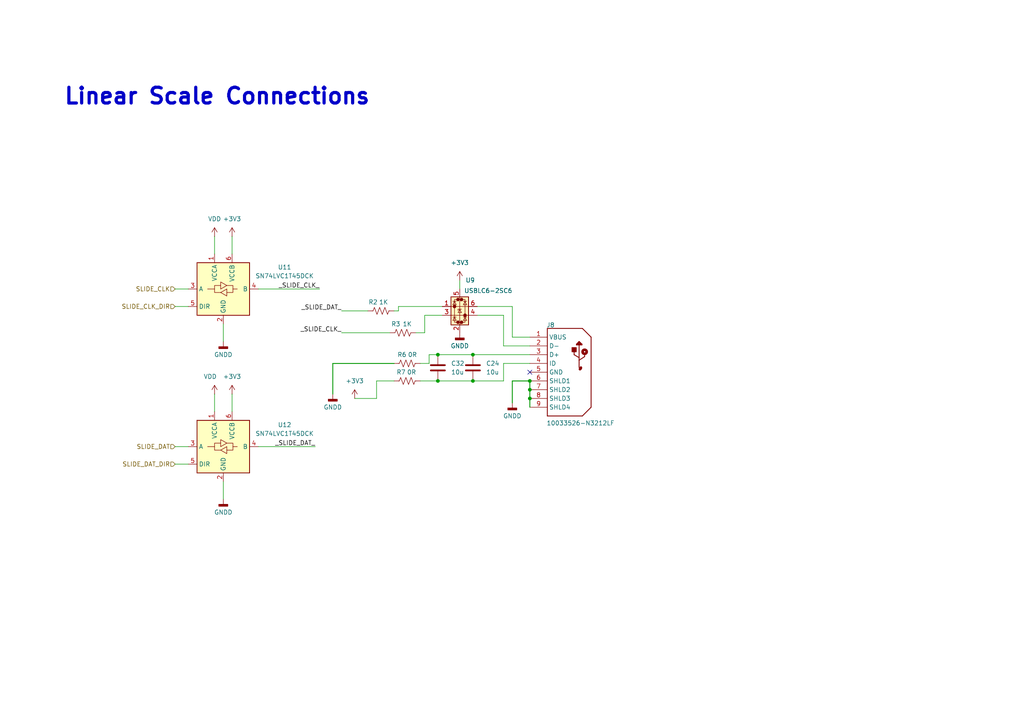
<source format=kicad_sch>
(kicad_sch (version 20250114) (generator "eeschema") (generator_version "9.0")
  (paper "A4")
  (lib_symbols
    (symbol "Device:C" (pin_numbers (hide yes)) (pin_names (offset 0.254))
      (property "Reference" "C" (at 0.635 2.54 0))
      (property "Value" "C" (at 0.635 -2.54 0))
      (symbol "C_0_1"
        (polyline (pts (xy -2.032 0.762) (xy 2.032 0.762)) (stroke (width 0.508)))
        (polyline (pts (xy -2.032 -0.762) (xy 2.032 -0.762)) (stroke (width 0.508)))
      )
      (symbol "C_1_1"
        (pin passive line (at 0 3.81 270) (length 2.794) (name "~") (number "1"))
        (pin passive line (at 0 -3.81 90) (length 2.794) (name "~") (number "2"))
      )
    )
    (symbol "Device:R_US" (pin_numbers (hide yes)) (pin_names (offset 0))
      (property "Reference" "R" (at 2.54 0 90))
      (property "Value" "R_US" (at -2.54 0 90))
      (symbol "R_US_0_1"
        (polyline (pts (xy 0 2.286) (xy 0 2.54)))
        (polyline (pts (xy 0 2.286) (xy 1.016 1.905) (xy 0 1.524) (xy -1.016 1.143) (xy 0 0.762)))
        (polyline (pts (xy 0 0.762) (xy 1.016 0.381) (xy 0 0) (xy -1.016 -0.381) (xy 0 -0.762)))
        (polyline (pts (xy 0 -0.762) (xy 1.016 -1.143) (xy 0 -1.524) (xy -1.016 -1.905) (xy 0 -2.286)))
        (polyline (pts (xy 0 -2.286) (xy 0 -2.54)))
      )
      (symbol "R_US_1_1"
        (pin passive line (at 0 3.81 270) (length 1.27) (name "~") (number "1"))
        (pin passive line (at 0 -3.81 90) (length 1.27) (name "~") (number "2"))
      )
    )
    (symbol "Logic_LevelTranslator:SN74LVC1T45DCK"
      (property "Reference" "U" (at -6.35 8.89 0))
      (property "Value" "SN74LVC1T45DCK" (at 3.81 8.89 0))
      (symbol "SN74LVC1T45DCK_0_1"
        (rectangle (start -7.62 7.62) (end 7.62 -7.62) (stroke (width 0.254)) (fill (type background)))
        (polyline (pts (xy -2.54 0) (xy -2.54 1.016) (xy -0.762 1.016)))
        (polyline (pts (xy -0.762 0) (xy -0.762 2.032) (xy 1.016 1.016) (xy -0.762 0)))
        (polyline (pts (xy -0.762 -1.016) (xy -2.54 -1.016) (xy -2.54 0) (xy -4.572 0)))
        (polyline (pts (xy 1.016 1.016) (xy 2.794 1.016) (xy 2.794 0) (xy 4.064 0)))
        (polyline (pts (xy 1.016 0) (xy 1.016 -1.778) (xy 1.016 -2.032) (xy -0.762 -1.016) (xy 1.016 0)))
        (polyline (pts (xy 2.794 0) (xy 2.794 -1.016) (xy 1.016 -1.016)))
      )
      (symbol "SN74LVC1T45DCK_1_1"
        (pin bidirectional line (at -10.16 0 0) (length 2.54) (name "A") (number "3"))
        (pin input line (at -10.16 -5.08 0) (length 2.54) (name "DIR") (number "5"))
        (pin power_in line (at -2.54 10.16 270) (length 2.54) (name "VCCA") (number "1"))
        (pin power_in line (at 0 -10.16 90) (length 2.54) (name "GND") (number "2"))
        (pin power_in line (at 2.54 10.16 270) (length 2.54) (name "VCCB") (number "6"))
        (pin bidirectional line (at 10.16 0 180) (length 2.54) (name "B") (number "4"))
      )
    )
    (symbol "Power_Protection:USBLC6-2SC6" (pin_names (hide yes))
      (property "Reference" "U" (at 0.635 5.715 0))
      (property "Value" "USBLC6-2SC6" (at 0.635 3.81 0))
      (symbol "USBLC6-2SC6_0_0"
        (circle (center -1.524 0) (radius 0.0001) (stroke (width 0.508)))
        (circle (center -0.508 2.032) (radius 0.0001) (stroke (width 0.508)))
        (circle (center -0.508 -4.572) (radius 0.0001) (stroke (width 0.508)))
        (circle (center 0.508 2.032) (radius 0.0001) (stroke (width 0.508)))
        (circle (center 0.508 -4.572) (radius 0.0001) (stroke (width 0.508)))
        (circle (center 1.524 -2.54) (radius 0.0001) (stroke (width 0.508)))
      )
      (symbol "USBLC6-2SC6_0_1"
        (polyline (pts (xy -2.54 0) (xy 2.54 0)))
        (polyline (pts (xy -2.54 -2.54) (xy 2.54 -2.54)))
        (polyline (pts (xy -2.032 0.508) (xy -1.016 0.508) (xy -1.524 1.524) (xy -2.032 0.508)))
        (polyline (pts (xy -2.032 -3.048) (xy -1.016 -3.048)))
        (polyline (pts (xy -1.016 1.524) (xy -2.032 1.524)))
        (polyline (pts (xy -1.016 -4.064) (xy -2.032 -4.064) (xy -1.524 -3.048) (xy -1.016 -4.064)))
        (polyline (pts (xy -0.508 -1.143) (xy -0.508 -0.762) (xy 0.508 -0.762)))
        (polyline (pts (xy 0 2.54) (xy -0.508 2.032) (xy 0.508 2.032) (xy 0 1.524) (xy 0 -4.064) (xy -0.508 -4.572) (xy 0.508 -4.572) (xy 0 -5.08)))
        (polyline (pts (xy 0.508 -1.778) (xy -0.508 -1.778) (xy 0 -0.762) (xy 0.508 -1.778)))
        (polyline (pts (xy 1.016 1.524) (xy 2.032 1.524)))
        (polyline (pts (xy 1.016 -3.048) (xy 2.032 -3.048)))
        (polyline (pts (xy 2.032 0.508) (xy 1.016 0.508) (xy 1.524 1.524) (xy 2.032 0.508)))
        (polyline (pts (xy 2.032 -4.064) (xy 1.016 -4.064) (xy 1.524 -3.048) (xy 2.032 -4.064)))
      )
      (symbol "USBLC6-2SC6_1_1"
        (rectangle (start -2.54 2.794) (end 2.54 -5.334) (stroke (width 0.254)) (fill (type background)))
        (polyline (pts (xy -0.508 2.032) (xy -1.524 2.032) (xy -1.524 -4.572) (xy -0.508 -4.572)))
        (polyline (pts (xy 0.508 -4.572) (xy 1.524 -4.572) (xy 1.524 2.032) (xy 0.508 2.032)))
        (pin passive line (at -5.08 0 0) (length 2.54) (name "I/O1") (number "1"))
        (pin passive line (at -5.08 -2.54 0) (length 2.54) (name "I/O2") (number "3"))
        (pin passive line (at 0 5.08 270) (length 2.54) (name "VBUS") (number "5"))
        (pin passive line (at 0 -7.62 90) (length 2.54) (name "GND") (number "2"))
        (pin passive line (at 5.08 0 180) (length 2.54) (name "I/O1") (number "6"))
        (pin passive line (at 5.08 -2.54 180) (length 2.54) (name "I/O2") (number "4"))
      )
    )
    (symbol "UMTK-altium-import:0_USB-5-4SHLD"
      (property "Value" "0_USB-5-4SHLD" (at 0 0 0))
      (symbol "0_USB-5-4SHLD_1_0"
        (polyline (pts (xy 0 0) (xy 0 -25.4)) (stroke (width 0.254)))
        (polyline (pts (xy 0 -25.4) (xy 10.16 -25.4)) (stroke (width 0.254)))
        (polyline (pts (xy 7.772 -7.63) (xy 7.772 -6.43)) (stroke (width 0.254)))
        (rectangle (start 8.382 -5.58) (end 7.17 -6.78) (stroke (width 0.254)) (fill (type outline)))
        (polyline (pts (xy 8.433 -4.58) (xy 8.433 -4.78)) (stroke (width 0.254)))
        (polyline (pts (xy 8.433 -4.78) (xy 9.22 -4.78)) (stroke (width 0.254)))
        (polyline (pts (xy 8.839 -4.38) (xy 9.042 -4.18)) (stroke (width 0.254)))
        (polyline (pts (xy 9.042 -4.18) (xy 9.22 -4.18)) (stroke (width 0.254)))
        (polyline (pts (xy 9.22 -3.78) (xy 8.433 -4.58)) (stroke (width 0.254)))
        (polyline (pts (xy 9.22 -3.98) (xy 9.627 -4.38)) (stroke (width 0.254)))
        (polyline (pts (xy 9.22 -4.78) (xy 9.22 -8.48)) (stroke (width 0.254)))
        (polyline (pts (xy 9.22 -4.78) (xy 10.033 -4.78)) (stroke (width 0.254)))
        (polyline (pts (xy 9.22 -8.48) (xy 7.772 -7.63)) (stroke (width 0.254)))
        (polyline (pts (xy 9.22 -8.48) (xy 9.22 -9.23)) (stroke (width 0.254)))
        (polyline (pts (xy 9.22 -9.23) (xy 9.22 -11.38)) (stroke (width 0.254)))
        (polyline (pts (xy 9.22 -9.23) (xy 10.82 -8.18)) (stroke (width 0.254)))
        (arc (start 9.728 -11.38) (mid 9.6593 -11.6351) (end 9.4717 -11.8212) (stroke (width 0.762)))
        (polyline (pts (xy 9.627 -4.38) (xy 8.839 -4.38)) (stroke (width 0.254)))
        (polyline (pts (xy 10.033 -4.58) (xy 8.636 -4.58)) (stroke (width 0.254)))
        (polyline (pts (xy 10.033 -4.58) (xy 9.22 -3.78)) (stroke (width 0.254)))
        (polyline (pts (xy 10.033 -4.78) (xy 10.033 -4.58)) (stroke (width 0.254)))
        (polyline (pts (xy 10.16 0) (xy 0 0)) (stroke (width 0.254)))
        (polyline (pts (xy 10.16 0) (xy 12.7 -2.54)) (stroke (width 0.254)))
        (circle (center 10.82 -6.78) (radius 0.203) (stroke (width 0.762)))
        (polyline (pts (xy 10.82 -8.18) (xy 10.82 -7.18)) (stroke (width 0.254)))
        (polyline (pts (xy 12.7 -22.86) (xy 10.16 -25.4)) (stroke (width 0.254)))
        (polyline (pts (xy 12.7 -22.86) (xy 12.7 -2.54)) (stroke (width 0.254)))
        (pin power_in line (at -5.08 -2.54 0) (length 5.08) (name "VBUS") (number "1"))
        (pin passive line (at -5.08 -5.08 0) (length 5.08) (name "D-") (number "2"))
        (pin passive line (at -5.08 -7.62 0) (length 5.08) (name "D+") (number "3"))
        (pin passive line (at -5.08 -10.16 0) (length 5.08) (name "ID") (number "4"))
        (pin power_in line (at -5.08 -12.7 0) (length 5.08) (name "GND") (number "5"))
        (pin passive line (at -5.08 -15.24 0) (length 5.08) (name "SHLD1") (number "6"))
        (pin passive line (at -5.08 -17.78 0) (length 5.08) (name "SHLD2") (number "7"))
        (pin passive line (at -5.08 -20.32 0) (length 5.08) (name "SHLD3") (number "8"))
        (pin passive line (at -5.08 -22.86 0) (length 5.08) (name "SHLD4") (number "9"))
      )
    )
    (symbol "power:+3V3" (power) (pin_numbers (hide yes)) (pin_names (offset 0) (hide yes))
      (property "Value" "+3V3" (at 0 3.556 0))
      (symbol "+3V3_0_1"
        (polyline (pts (xy -0.762 1.27) (xy 0 2.54)))
        (polyline (pts (xy 0 2.54) (xy 0.762 1.27)))
        (polyline (pts (xy 0 0) (xy 0 2.54)))
      )
      (symbol "+3V3_1_1"
        (pin power_in line (at 0 0 90) (length 0) (name "~") (number "1"))
      )
    )
    (symbol "power:GNDD" (power) (pin_numbers (hide yes)) (pin_names (offset 0) (hide yes))
      (property "Value" "GNDD" (at 0 -3.175 0))
      (symbol "GNDD_0_1"
        (rectangle (start -1.27 -1.524) (end 1.27 -2.032) (stroke (width 0.254)) (fill (type outline)))
        (polyline (pts (xy 0 0) (xy 0 -1.524)))
      )
      (symbol "GNDD_1_1"
        (pin power_in line (at 0 0 270) (length 0) (name "~") (number "1"))
      )
    )
    (symbol "power:VDD" (power) (pin_numbers (hide yes)) (pin_names (offset 0) (hide yes))
      (property "Value" "VDD" (at 0 3.556 0))
      (symbol "VDD_0_1"
        (polyline (pts (xy -0.762 1.27) (xy 0 2.54)))
        (polyline (pts (xy 0 2.54) (xy 0.762 1.27)))
        (polyline (pts (xy 0 0) (xy 0 2.54)))
      )
      (symbol "VDD_1_1"
        (pin power_in line (at 0 0 90) (length 0) (name "~") (number "1"))
      )
    )
  )
  (text "Linear Scale Connections" (at 18.288 30.734 0) (effects (font (size 4.572 4.572) (thickness 0.9144) (bold yes)) (justify left bottom)))
  (junction (at 137.16 102.87))
  (junction (at 137.16 110.49))
  (junction (at 153.67 113.03))
  (junction (at 153.67 110.49))
  (junction (at 153.67 115.57))
  (junction (at 127 110.49))
  (junction (at 127 102.87))
  (no_connect (at 153.67 107.95))
  (wire (pts (xy 50.8 134.62) (xy 54.61 134.62)))
  (wire (pts (xy 148.59 88.9) (xy 148.59 97.79)))
  (wire (pts (xy 62.23 68.58) (xy 62.23 73.66)))
  (wire (pts (xy 64.77 93.98) (xy 64.77 99.06)))
  (wire (pts (xy 64.77 139.7) (xy 64.77 144.78)))
  (wire (pts (xy 137.16 102.87) (xy 153.67 102.87)))
  (wire (pts (xy 148.59 110.49) (xy 148.59 116.84)) (stroke (width 0.254)))
  (wire (pts (xy 133.35 81.28) (xy 133.35 83.82)))
  (wire (pts (xy 153.67 115.57) (xy 153.67 113.03)) (stroke (width 0.254)))
  (wire (pts (xy 121.92 110.49) (xy 127 110.49)))
  (wire (pts (xy 109.22 115.57) (xy 109.22 110.49)))
  (wire (pts (xy 128.27 91.44) (xy 123.19 91.44)))
  (wire (pts (xy 74.93 129.54) (xy 91.44 129.54)))
  (wire (pts (xy 50.8 129.54) (xy 54.61 129.54)))
  (wire (pts (xy 74.93 83.82) (xy 92.71 83.82)))
  (wire (pts (xy 121.92 105.41) (xy 124.46 105.41)))
  (wire (pts (xy 114.3 90.17) (xy 115.57 90.17)))
  (wire (pts (xy 115.57 88.9) (xy 128.27 88.9)))
  (wire (pts (xy 146.05 91.44) (xy 138.43 91.44)))
  (wire (pts (xy 67.31 68.58) (xy 67.31 73.66)))
  (wire (pts (xy 50.8 83.82) (xy 54.61 83.82)))
  (wire (pts (xy 62.23 114.3) (xy 62.23 119.38)))
  (wire (pts (xy 137.16 110.49) (xy 146.05 110.49)))
  (wire (pts (xy 148.59 110.49) (xy 153.67 110.49)) (stroke (width 0.254)))
  (wire (pts (xy 123.19 96.52) (xy 120.65 96.52)))
  (wire (pts (xy 99.06 96.52) (xy 113.03 96.52)))
  (wire (pts (xy 153.67 113.03) (xy 153.67 110.49)) (stroke (width 0.254)))
  (wire (pts (xy 146.05 105.41) (xy 146.05 110.49)))
  (wire (pts (xy 148.59 97.79) (xy 153.67 97.79)))
  (wire (pts (xy 109.22 110.49) (xy 114.3 110.49)))
  (wire (pts (xy 146.05 105.41) (xy 153.67 105.41)))
  (wire (pts (xy 124.46 102.87) (xy 127 102.87)))
  (wire (pts (xy 146.05 91.44) (xy 146.05 100.33)))
  (wire (pts (xy 127 102.87) (xy 137.16 102.87)))
  (wire (pts (xy 148.59 88.9) (xy 138.43 88.9)))
  (wire (pts (xy 124.46 105.41) (xy 124.46 102.87)))
  (wire (pts (xy 50.8 88.9) (xy 54.61 88.9)))
  (wire (pts (xy 96.52 105.41) (xy 114.3 105.41)) (stroke (width 0.254)))
  (wire (pts (xy 127 110.49) (xy 137.16 110.49)))
  (wire (pts (xy 115.57 90.17) (xy 115.57 88.9)))
  (wire (pts (xy 106.68 90.17) (xy 99.06 90.17)))
  (wire (pts (xy 146.05 100.33) (xy 153.67 100.33)))
  (wire (pts (xy 153.67 118.11) (xy 153.67 115.57)) (stroke (width 0.254)))
  (wire (pts (xy 67.31 114.3) (xy 67.31 119.38)))
  (wire (pts (xy 96.52 105.41) (xy 96.52 114.3)) (stroke (width 0.254)))
  (wire (pts (xy 123.19 91.44) (xy 123.19 96.52)))
  (wire (pts (xy 102.87 115.57) (xy 109.22 115.57)))
  (label "_SLIDE_CLK_" (at 92.71 83.82 180))
  (label "_SLIDE_DAT_" (at 91.44 129.54 180))
  (label "_SLIDE_CLK_" (at 99.06 96.52 180))
  (label "_SLIDE_DAT_" (at 99.06 90.17 180))
  (hierarchical_label "SLIDE_DAT_DIR" (shape input) (at 50.8 134.62 180))
  (hierarchical_label "SLIDE_CLK_DIR" (shape input) (at 50.8 88.9 180))
  (hierarchical_label "SLIDE_CLK" (shape input) (at 50.8 83.82 180))
  (hierarchical_label "SLIDE_DAT" (shape input) (at 50.8 129.54 180))
  (symbol (lib_id "Device:C") (at 127 106.68 180) (unit 1)
    (property "Reference" "C32" (at 130.81 105.4099 0) (effects (justify right)))
    (property "Value" "10u" (at 130.81 107.9499 0) (effects (justify right)))
    (property "Footprint" "Capacitor_SMD:C_0805_2012Metric" (effects (hide yes)))
    (property "Description" "Unpolarized capacitor" (effects (hide yes)))
  )
  (symbol (lib_id "power:VDD") (at 62.23 68.58 0) (unit 1)
    (property "Reference" "#PWR060" (effects (hide yes)))
    (property "Value" "VDD" (at 62.23 63.5 0))
    (property "Description" "Power symbol creates a global label with name \"VDD\"" (effects (hide yes)))
  )
  (symbol (lib_id "power:+3V3") (at 67.31 68.58 0) (unit 1)
    (property "Reference" "#PWR052" (effects (hide yes)))
    (property "Value" "+3V3" (at 67.31 63.5 0))
    (property "Description" "Power symbol creates a global label with name \"+3V3\"" (effects (hide yes)))
  )
  (symbol (lib_id "power:GNDD") (at 148.59 116.84 0) (unit 1)
    (property "Reference" "#PWR046" (effects (hide yes)))
    (property "Value" "GNDD" (at 148.59 120.65 0))
    (property "Description" "Power symbol creates a global label with name \"GNDD\" , digital ground" (effects (hide yes)))
  )
  (symbol (lib_id "power:+3V3") (at 67.31 114.3 0) (unit 1)
    (property "Reference" "#PWR035" (effects (hide yes)))
    (property "Value" "+3V3" (at 67.31 109.22 0))
    (property "Description" "Power symbol creates a global label with name \"+3V3\"" (effects (hide yes)))
  )
  (symbol (lib_id "power:GNDD") (at 64.77 99.06 0) (unit 1)
    (property "Reference" "#PWR021" (effects (hide yes)))
    (property "Value" "GNDD" (at 64.77 102.87 0))
    (property "Description" "Power symbol creates a global label with name \"GNDD\" , digital ground" (effects (hide yes)))
  )
  (symbol (lib_id "Device:C") (at 137.16 106.68 180) (unit 1)
    (property "Reference" "C24" (at 140.97 105.4099 0) (effects (justify right)))
    (property "Value" "10u" (at 140.97 107.9499 0) (effects (justify right)))
    (property "Footprint" "Capacitor_SMD:C_0805_2012Metric" (effects (hide yes)))
    (property "Description" "Unpolarized capacitor" (effects (hide yes)))
  )
  (symbol (lib_id "Device:R_US") (at 118.11 105.41 90) (unit 1)
    (property "Reference" "R6" (at 116.586 102.87 90))
    (property "Value" "0R" (at 119.634 102.87 90))
    (property "Footprint" "Resistor_SMD:R_0603_1608Metric" (effects (hide yes)))
    (property "Description" "Resistor, US symbol" (effects (hide yes)))
  )
  (symbol (lib_id "UMTK-altium-import:0_USB-5-4SHLD") (at 158.75 95.25 0) (unit 1)
    (property "Reference" "J8" (at 158.496 94.996 0) (effects (justify left bottom)))
    (property "Value" "10033526-N3212LF" (at 158.496 123.444 0) (effects (justify left bottom)))
    (property "Footprint" "Connector_USB:USB_Mini-B_Wuerth_65100516121_Horizontal" (effects (hide yes)))
    (property "Description" "Mini USB B-Type, 5-Pin SMD, RoHS, Tape and Reel" (effects (hide yes)))
    (property "PARTNUMBER" "10033526-N3212LF" (effects (hide yes)))
    (property "DATASHEETVERSION" "Rev. N" (effects (hide yes)))
    (property "TERMINATION STYLE" "Solder Pad" (effects (hide yes)))
    (property "PACKAGING" "Reel" (effects (hide yes)))
    (property "SHELL PLATING" "Nickel" (effects (hide yes)))
    (property "STANDARD" "USB" (effects (hide yes)))
    (property "COLOR" "Black" (effects (hide yes)))
    (property "COMPONENTLINK1DESCRIPTION" "Manufacturer URL" (effects (hide yes)))
    (property "MOUNTING TECHNOLOGY" "Surface Mount" (effects (hide yes)))
    (property "FACTORY PACK QUANTITY" "750" (effects (hide yes)))
    (property "MOUNTING ANGLE" "Right" (effects (hide yes)))
    (property "CONTACT MATERIAL" "Copper Alloy" (effects (hide yes)))
    (property "NUMBER OF PORTS" "1 Port" (effects (hide yes)))
    (property "PRODUCT CATEGORY" "USB Connectors" (effects (hide yes)))
    (property "MANUFACTURER" "FCI" (effects (hide yes)))
    (property "COMPONENTLINK2URL" "http://portal.fciconnect.com/Comergent//fci/drawing/10033526.pdf" (effects (hide yes)))
    (property "FLAMMABILITY RATING" "UL 94 V-0" (effects (hide yes)))
    (property "PRODUCT" "Mini USB Type B Connectors" (effects (hide yes)))
    (property "CONTACT PLATING" "Gold" (effects (hide yes)))
    (property "COMPONENTLINK2DESCRIPTION" "Datasheet" (effects (hide yes)))
    (property "BRAND" "FCI" (effects (hide yes)))
    (property "NUMBER OF CONTACTS" "5 Contact" (effects (hide yes)))
    (property "ROHS" "Details" (effects (hide yes)))
    (property "CONNECTOR TYPE" "Mini USB Type B Receptacle" (effects (hide yes)))
    (property "COMPONENTLINK1URL" "http://portal.fciconnect.com/" (effects (hide yes)))
    (property "GENDER" "Female" (effects (hide yes)))
    (property "INSULATION RESISTANCE" "100 MOhms" (effects (hide yes)))
    (property "PACKAGEDESCRIPTION" "5-Pin Surface Mount Device, Body 9.2 x 7.7 mm, Pitch 0.8 mm" (effects (hide yes)))
  )
  (symbol (lib_id "power:VDD") (at 62.23 114.3 0) (unit 1)
    (property "Reference" "#PWR061" (effects (hide yes)))
    (property "Value" "VDD" (at 60.96 109.22 0))
    (property "Description" "Power symbol creates a global label with name \"VDD\"" (effects (hide yes)))
  )
  (symbol (lib_id "Device:R_US") (at 118.11 110.49 90) (unit 1)
    (property "Reference" "R7" (at 116.332 107.95 90))
    (property "Value" "0R" (at 119.38 107.95 90))
    (property "Footprint" "Resistor_SMD:R_0603_1608Metric" (effects (hide yes)))
    (property "Description" "Resistor, US symbol" (effects (hide yes)))
  )
  (symbol (lib_id "power:GNDD") (at 64.77 144.78 0) (unit 1)
    (property "Reference" "#PWR044" (effects (hide yes)))
    (property "Value" "GNDD" (at 64.77 148.59 0))
    (property "Description" "Power symbol creates a global label with name \"GNDD\" , digital ground" (effects (hide yes)))
  )
  (symbol (lib_id "power:+3V3") (at 133.35 81.28 0) (unit 1)
    (property "Reference" "#PWR034" (effects (hide yes)))
    (property "Value" "+3V3" (at 133.35 76.2 0))
    (property "Description" "Power symbol creates a global label with name \"+3V3\"" (effects (hide yes)))
  )
  (symbol (lib_id "Power_Protection:USBLC6-2SC6") (at 133.35 88.9 0) (unit 1)
    (property "Reference" "U9" (at 135.0011 81.28 0) (effects (justify left)))
    (property "Value" "USBLC6-2SC6" (at 134.62 84.328 0) (effects (justify left)))
    (property "Footprint" "Package_TO_SOT_SMD:SOT-23-6" (effects (hide yes)))
    (property "Datasheet" "https://www.st.com/resource/en/datasheet/usblc6-2.pdf" (effects (hide yes)))
    (property "Description" "Very low capacitance ESD protection diode, 2 data-line, SOT-23-6" (effects (hide yes)))
  )
  (symbol (lib_id "Device:R_US") (at 116.84 96.52 90) (unit 1)
    (property "Reference" "R3" (at 114.808 93.98 90))
    (property "Value" "1K" (at 118.11 93.98 90))
    (property "Footprint" "Resistor_SMD:R_0603_1608Metric" (effects (hide yes)))
    (property "Description" "Resistor, US symbol" (effects (hide yes)))
  )
  (symbol (lib_id "Device:R_US") (at 110.49 90.17 90) (unit 1)
    (property "Reference" "R2" (at 108.204 87.63 90))
    (property "Value" "1K" (at 111.252 87.63 90))
    (property "Footprint" "Resistor_SMD:R_0603_1608Metric" (effects (hide yes)))
    (property "Description" "Resistor, US symbol" (effects (hide yes)))
  )
  (symbol (lib_id "power:GNDD") (at 96.52 114.3 0) (unit 1)
    (property "Reference" "#PWR045" (effects (hide yes)))
    (property "Value" "GNDD" (at 96.52 118.11 0))
    (property "Description" "Power symbol creates a global label with name \"GNDD\" , digital ground" (effects (hide yes)))
  )
  (symbol (lib_id "power:+3V3") (at 102.87 115.57 0) (unit 1)
    (property "Reference" "#PWR018" (effects (hide yes)))
    (property "Value" "+3V3" (at 102.87 110.49 0))
    (property "Description" "Power symbol creates a global label with name \"+3V3\"" (effects (hide yes)))
  )
  (symbol (lib_id "Logic_LevelTranslator:SN74LVC1T45DCK") (at 64.77 83.82 0) (unit 1)
    (property "Reference" "U11" (at 82.55 77.5014 0))
    (property "Value" "SN74LVC1T45DCK" (at 82.55 80.0414 0))
    (property "Footprint" "Package_TO_SOT_SMD:SOT-363_SC-70-6" (effects (hide yes)))
    (property "Datasheet" "http://www.ti.com/lit/ds/symlink/sn74lvc1t45.pdf" (effects (hide yes)))
    (property "Description" "Single-Bit Dual-Supply Bus Transceiver With Configurable Voltage Translation and 3-State Outputs, SOT-363" (effects (hide yes)))
  )
  (symbol (lib_id "power:GNDD") (at 133.35 96.52 0) (unit 1)
    (property "Reference" "#PWR053" (effects (hide yes)))
    (property "Value" "GNDD" (at 133.35 100.33 0))
    (property "Description" "Power symbol creates a global label with name \"GNDD\" , digital ground" (effects (hide yes)))
  )
  (symbol (lib_id "Logic_LevelTranslator:SN74LVC1T45DCK") (at 64.77 129.54 0) (unit 1)
    (property "Reference" "U12" (at 82.55 123.2214 0))
    (property "Value" "SN74LVC1T45DCK" (at 82.55 125.7614 0))
    (property "Footprint" "Package_TO_SOT_SMD:SOT-363_SC-70-6" (effects (hide yes)))
    (property "Datasheet" "http://www.ti.com/lit/ds/symlink/sn74lvc1t45.pdf" (effects (hide yes)))
    (property "Description" "Single-Bit Dual-Supply Bus Transceiver With Configurable Voltage Translation and 3-State Outputs, SOT-363" (effects (hide yes)))
  )
)
</source>
